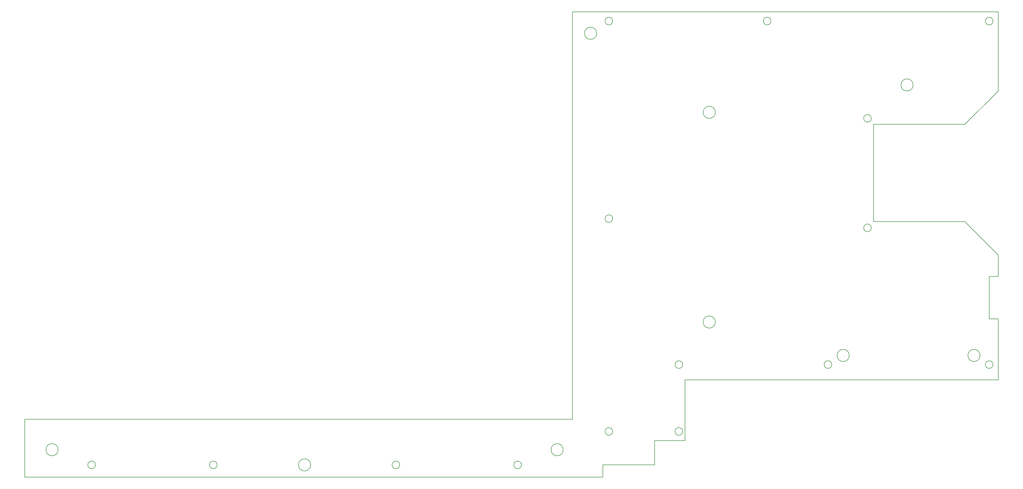
<source format=gbr>
%TF.GenerationSoftware,KiCad,Pcbnew,(5.1.9)-1*%
%TF.CreationDate,2021-03-26T19:35:25+01:00*%
%TF.ProjectId,UPL_Keyboard,55504c5f-4b65-4796-926f-6172642e6b69,2*%
%TF.SameCoordinates,Original*%
%TF.FileFunction,Profile,NP*%
%FSLAX46Y46*%
G04 Gerber Fmt 4.6, Leading zero omitted, Abs format (unit mm)*
G04 Created by KiCad (PCBNEW (5.1.9)-1) date 2021-03-26 19:35:25*
%MOMM*%
%LPD*%
G01*
G04 APERTURE LIST*
%TA.AperFunction,Profile*%
%ADD10C,0.200000*%
%TD*%
G04 APERTURE END LIST*
D10*
X354150000Y-187350001D02*
G75*
G03*
X354150000Y-187350001I-2000000J0D01*
G01*
X311150000Y-187350001D02*
G75*
G03*
X311150000Y-187350001I-2000000J0D01*
G01*
X358400000Y-190350001D02*
G75*
G03*
X358400000Y-190350001I-1250000J0D01*
G01*
X305400000Y-190350001D02*
G75*
G03*
X305400000Y-190350001I-1250000J0D01*
G01*
X256400000Y-190350000D02*
G75*
G03*
X256400000Y-190350000I-1250000J0D01*
G01*
X256400000Y-212350000D02*
G75*
G03*
X256400000Y-212350000I-1250000J0D01*
G01*
X318400000Y-145350000D02*
G75*
G03*
X318400000Y-145350000I-1250000J0D01*
G01*
X318400000Y-109350001D02*
G75*
G03*
X318400000Y-109350001I-1250000J0D01*
G01*
X267150000Y-176350000D02*
G75*
G03*
X267150000Y-176350000I-2000000J0D01*
G01*
X332150000Y-98350000D02*
G75*
G03*
X332150000Y-98350000I-2000000J0D01*
G01*
X267150000Y-107350000D02*
G75*
G03*
X267150000Y-107350000I-2000000J0D01*
G01*
X358400000Y-77350000D02*
G75*
G03*
X358400000Y-77350000I-1250000J0D01*
G01*
X285400000Y-77350000D02*
G75*
G03*
X285400000Y-77350000I-1250000J0D01*
G01*
X233400000Y-212350000D02*
G75*
G03*
X233400000Y-212350000I-1250000J0D01*
G01*
X233400000Y-142350000D02*
G75*
G03*
X233400000Y-142350000I-1250000J0D01*
G01*
X233400000Y-77350000D02*
G75*
G03*
X233400000Y-77350000I-1250000J0D01*
G01*
X203400000Y-223350000D02*
G75*
G03*
X203400000Y-223350000I-1250000J0D01*
G01*
X163400000Y-223350000D02*
G75*
G03*
X163400000Y-223350000I-1250000J0D01*
G01*
X103399999Y-223350000D02*
G75*
G03*
X103399999Y-223350000I-1250000J0D01*
G01*
X63399999Y-223350000D02*
G75*
G03*
X63399999Y-223350000I-1250000J0D01*
G01*
X51149999Y-218350000D02*
G75*
G03*
X51149999Y-218350000I-2000000J0D01*
G01*
X134150000Y-223350000D02*
G75*
G03*
X134150000Y-223350000I-2000000J0D01*
G01*
X228150000Y-81350000D02*
G75*
G03*
X228150000Y-81350000I-2000000J0D01*
G01*
X217150000Y-218350000D02*
G75*
G03*
X217150000Y-218350000I-2000000J0D01*
G01*
X40150000Y-227350000D02*
X40150000Y-208350000D01*
X230150000Y-227350000D02*
X40150000Y-227350000D01*
X230150000Y-223350000D02*
X230150000Y-227350000D01*
X247150000Y-223350000D02*
X230150000Y-223350000D01*
X247150003Y-215350000D02*
X247150000Y-223350000D01*
X257150003Y-215350000D02*
X247150003Y-215350000D01*
X257150000Y-195350000D02*
X257150003Y-215350000D01*
X360150004Y-195350000D02*
X257150000Y-195350000D01*
X360150000Y-175350000D02*
X360150004Y-195350000D01*
X357150000Y-175350000D02*
X360150000Y-175350000D01*
X357150000Y-161350000D02*
X357150000Y-175350000D01*
X360150000Y-161350000D02*
X357150000Y-161350000D01*
X360150000Y-154350000D02*
X360150000Y-161350000D01*
X349150000Y-143350000D02*
X360150000Y-154350000D01*
X319150000Y-143350000D02*
X349150000Y-143350000D01*
X319150000Y-111350000D02*
X319150000Y-143350000D01*
X349150000Y-111350000D02*
X319150000Y-111350000D01*
X360150000Y-100350000D02*
X349150000Y-111350000D01*
X360150000Y-74350000D02*
X360150000Y-100350000D01*
X220150000Y-74350000D02*
X360150000Y-74350000D01*
X220150000Y-208350000D02*
X220150000Y-74350000D01*
X40150000Y-208350000D02*
X220150000Y-208350000D01*
M02*

</source>
